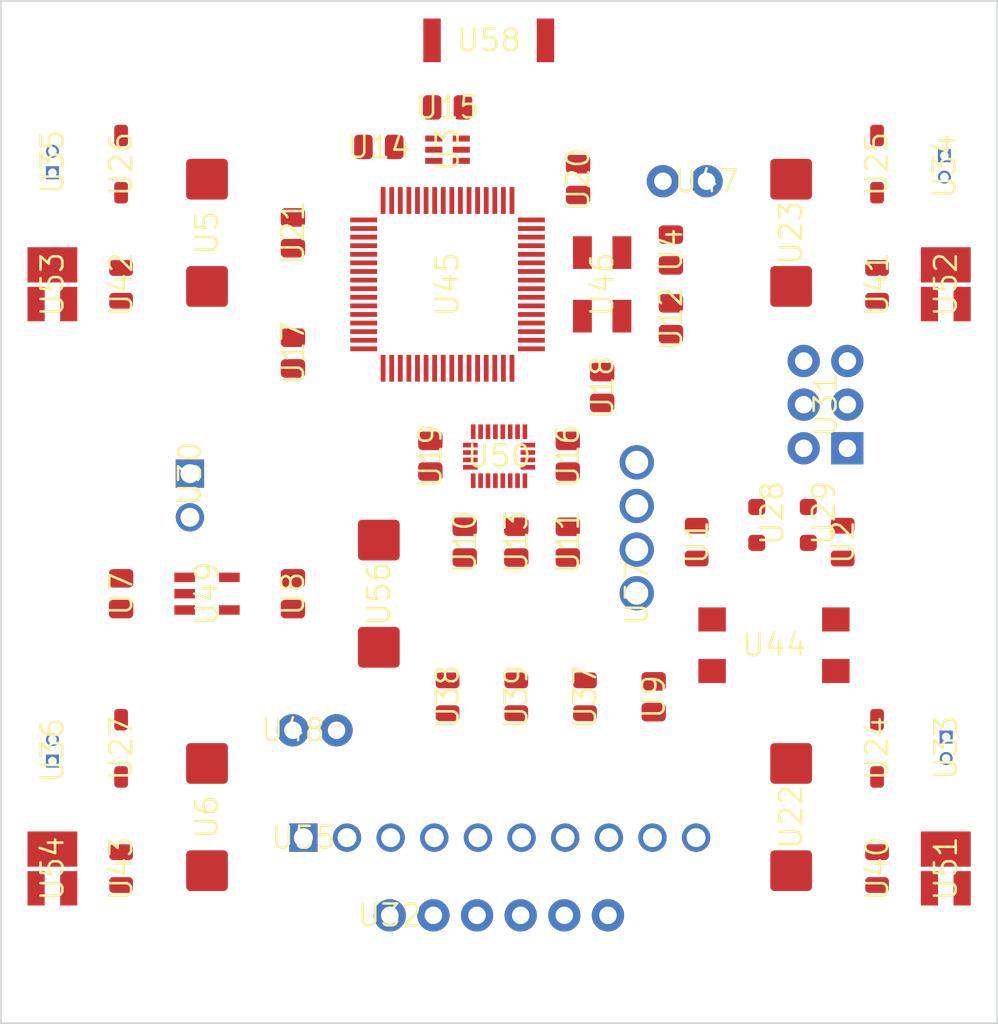
<source format=kicad_pcb>
(kicad_pcb (version 20171130) (host pcbnew "(5.1.4-0-10_14)")
  (layers (0 Top signal) (1 Route2 signal) (2 Route15 signal) (31 Bottom signal) (34 B.Paste user) (35 F.Paste user) (36 B.SilkS user) (37 F.SilkS user) (38 B.Mask user) (39 F.Mask user hide) (44 Edge.Cuts user))
  (net 0 "")
  (net 1 3V3)
  (net 2 GND)
  (net 3 VBAT)
  (net 4 BAT_GND)
  (net 5 "Net-(B1-Pad3)")
  (net 6 "Net-(B1-Pad4)")
  (net 7 "Net-(C3-Pad1)")
  (net 8 "Net-(C1-Pad1)")
  (net 9 "Net-(C2-Pad1)")
  (net 10 /PWM3)
  (net 11 /PWM2)
  (net 12 /PWM1)
  (net 13 /TX0)
  (net 14 /RX0)
  (net 15 /PWM4)
  (net 16 /MISO)
  (net 17 /MOSI)
  (net 18 /SCK)
  (net 19 /SDA)
  (net 20 /SCL)
  (net 21 "Net-(C4-Pad1)")
  (net 22 /RESET)
  (net 23 "Net-(D1-PadA)")
  (net 24 "Net-(C18-Pad1)")
  (net 25 "Net-(C19-Pad1)")
  (net 26 "Net-(B1-Pad2)")
  (net 27 "Net-(B1-Pad1)")
  (net 28 "Net-(D2-PadA)")
  (net 29 "Net-(D3-PadA)")
  (net 30 "Net-(D4-PadA)")
  (net 31 /DTR)
  (net 32 "Net-(D7-Pad1)")
  (net 33 "Net-(D8-Pad2)")
  (net 34 /LED2)
  (net 35 /LED1)
  (module quadcopter:LEDSC125X200X120-2_HS (layer Top) (at 166.5011 105.7536 270)
    (fp_text reference U29 (at -0.7 -0.9 270) (layer F.SilkS) (effects (font (size 1.27 1.27))))
    (fp_text value "" (at -0.7 -0.9 270) (layer F.SilkS) (effects (font (size 1.27 1.27))))
    (pad 1 smd roundrect (at -1.045 0 90) (size 0.94 0.99) (layers Top F.Mask) (roundrect_rratio 0.255) (net 2 GND))
    (pad 2 smd roundrect (at 1.045 0 270) (size 0.94 0.99) (layers Top F.Mask) (roundrect_rratio 0.255) (net 33 "Net-(D8-Pad2)"))
  )
  (module quadcopter:LEDSC125X200X120-2_HS (layer Top) (at 163.5011 105.7536 270)
    (fp_text reference U28 (at -0.7 -0.9 270) (layer F.SilkS) (effects (font (size 1.27 1.27))))
    (fp_text value "" (at -0.7 -0.9 270) (layer F.SilkS) (effects (font (size 1.27 1.27))))
    (pad 1 smd roundrect (at -1.045 0 90) (size 0.94 0.99) (layers Top F.Mask) (roundrect_rratio 0.255) (net 32 "Net-(D7-Pad1)"))
    (pad 2 smd roundrect (at 1.045 0 270) (size 0.94 0.99) (layers Top F.Mask) (roundrect_rratio 0.255) (net 2 GND))
  )
  (module quadcopter:FTDI_BASIC_2PIN_2 (layer Bottom) (at 159.3088 85.7504 180)
    (fp_text reference U47 (at -1.27 0 180) (layer F.SilkS) (effects (font (size 1.27 1.27))))
    (fp_text value "" (at -1.27 0 180) (layer F.SilkS) (effects (font (size 1.27 1.27))))
    (pad DTR thru_hole circle (at -1.27 0 90) (size 1.8796 1.8796) (drill 1.016) (layers *.Cu *.Mask) (net 31 /DTR))
    (pad CTS thru_hole circle (at 1.27 0 90) (size 1.8796 1.8796) (drill 1.016) (layers *.Cu *.Mask) (net 2 GND))
  )
  (module quadcopter:HDRVR4W80P254_1X4_1066X254X850B (layer Top) (at 156.5148 105.918 90)
    (fp_text reference U57 (at -3.81 0 90) (layer F.SilkS) (effects (font (size 1.27 1.27))))
    (fp_text value "" (at -3.81 0 90) (layer F.SilkS) (effects (font (size 1.27 1.27))))
    (pad 4 thru_hole circle (at 3.81 0 90) (size 1.9971 1.9971) (drill 1.3314) (layers *.Cu *.Mask) (net 19 /SDA))
    (pad 3 thru_hole circle (at 1.27 0 90) (size 1.9971 1.9971) (drill 1.3314) (layers *.Cu *.Mask) (net 20 /SCL))
    (pad 2 thru_hole circle (at -1.27 0 90) (size 1.9971 1.9971) (drill 1.3314) (layers *.Cu *.Mask) (net 2 GND))
    (pad 1 thru_hole circle (at -3.81 0 90) (size 1.9971 1.9971) (drill 1.3314) (layers *.Cu *.Mask) (net 1 3V3))
  )
  (module quadcopter:FTDI_BASIC (layer Top) (at 148.4884 128.4732)
    (fp_text reference U32 (at -6.35 0) (layer F.SilkS) (effects (font (size 1.27 1.27))))
    (fp_text value "" (at -6.35 0) (layer F.SilkS) (effects (font (size 1.27 1.27))))
    (pad VCC thru_hole circle (at 1.27 0 90) (size 1.8796 1.8796) (drill 1.016) (layers *.Cu *.Mask) (net 1 3V3))
    (pad TXO thru_hole circle (at -1.27 0 90) (size 1.8796 1.8796) (drill 1.016) (layers *.Cu *.Mask) (net 14 /RX0))
    (pad RXI thru_hole circle (at -3.81 0 90) (size 1.8796 1.8796) (drill 1.016) (layers *.Cu *.Mask) (net 13 /TX0))
    (pad GND thru_hole circle (at 6.35 0 90) (size 1.8796 1.8796) (drill 1.016) (layers *.Cu *.Mask) (net 2 GND))
    (pad DTR thru_hole circle (at -6.35 0 90) (size 1.8796 1.8796) (drill 1.016) (layers *.Cu *.Mask) (net 31 /DTR))
    (pad CTS thru_hole circle (at 3.81 0 90) (size 1.8796 1.8796) (drill 1.016) (layers *.Cu *.Mask))
  )
  (module quadcopter:HDRV10W63P254_10X1_2540X254H838_HS (layer Top) (at 148.5392 123.952)
    (fp_text reference U55 (at -11.43 0) (layer F.SilkS) (effects (font (size 1.27 1.27))))
    (fp_text value "" (at -11.43 0) (layer F.SilkS) (effects (font (size 1.27 1.27))))
    (pad 9 thru_hole circle (at 8.89 0) (size 1.65 1.65) (drill 1.1) (layers *.Cu *.Mask) (net 19 /SDA))
    (pad 8 thru_hole circle (at 6.35 0) (size 1.65 1.65) (drill 1.1) (layers *.Cu *.Mask) (net 1 3V3))
    (pad 7 thru_hole circle (at 3.81 0) (size 1.65 1.65) (drill 1.1) (layers *.Cu *.Mask) (net 3 VBAT))
    (pad 6 thru_hole circle (at 1.27 0) (size 1.65 1.65) (drill 1.1) (layers *.Cu *.Mask) (net 12 /PWM1))
    (pad 5 thru_hole circle (at -1.27 0) (size 1.65 1.65) (drill 1.1) (layers *.Cu *.Mask) (net 11 /PWM2))
    (pad 4 thru_hole circle (at -3.81 0) (size 1.65 1.65) (drill 1.1) (layers *.Cu *.Mask) (net 10 /PWM3))
    (pad 3 thru_hole circle (at -6.35 0) (size 1.65 1.65) (drill 1.1) (layers *.Cu *.Mask) (net 15 /PWM4))
    (pad 2 thru_hole circle (at -8.89 0) (size 1.65 1.65) (drill 1.1) (layers *.Cu *.Mask) (net 4 BAT_GND))
    (pad 10 thru_hole circle (at 11.43 0) (size 1.65 1.65) (drill 1.1) (layers *.Cu *.Mask) (net 20 /SCL))
    (pad 1 thru_hole rect (at -11.43 0) (size 1.65 1.65) (drill 1.1) (layers *.Cu *.Mask) (net 2 GND))
  )
  (module quadcopter:MALE_HEADER_2X1_0.1IN (layer Top) (at 130.5052 104.0384 270)
    (fp_text reference U30 (at -1.27 0 270) (layer F.SilkS) (effects (font (size 1.27 1.27))))
    (fp_text value "" (at -1.27 0 270) (layer F.SilkS) (effects (font (size 1.27 1.27))))
    (pad 2 thru_hole circle (at 1.27 0 350) (size 1.65 1.65) (drill 1.1) (layers *.Cu *.Mask) (net 3 VBAT))
    (pad 1 thru_hole rect (at -1.27 0 270) (size 1.65 1.65) (drill 1.1) (layers *.Cu *.Mask) (net 4 BAT_GND))
  )
  (module quadcopter:FTDI_BASIC_2PIN_1 (layer Bottom) (at 137.7696 117.7036)
    (fp_text reference U48 (at -1.27 0) (layer F.SilkS) (effects (font (size 1.27 1.27))))
    (fp_text value "" (at -1.27 0) (layer F.SilkS) (effects (font (size 1.27 1.27))))
    (pad TXO thru_hole circle (at -1.27 0 270) (size 1.8796 1.8796) (drill 1.016) (layers *.Cu *.Mask) (net 14 /RX0))
    (pad RXI thru_hole circle (at 1.27 0 270) (size 1.8796 1.8796) (drill 1.016) (layers *.Cu *.Mask) (net 13 /TX0))
  )
  (module quadcopter:MOLEX-0530470210 (layer Top) (at 175.1584 118.7196 90)
    (fp_text reference U33 (at 0 -0.635 90) (layer F.SilkS) (effects (font (size 1.27 1.27))))
    (fp_text value "" (at 0 -0.635 90) (layer F.SilkS) (effects (font (size 1.27 1.27))))
    (pad 2 thru_hole circle (at -0.625 -0.635 90) (size 0.75 0.75) (drill 0.5) (layers *.Cu *.Mask) (net 23 "Net-(D1-PadA)"))
    (pad 1 thru_hole rect (at 0.625 -0.635 90) (size 0.75 0.75) (drill 0.5) (layers *.Cu *.Mask) (net 3 VBAT))
  )
  (module quadcopter:MOLEX-0530470210 (layer Top) (at 175.0568 84.8868 90)
    (fp_text reference U34 (at 0 -0.635 90) (layer F.SilkS) (effects (font (size 1.27 1.27))))
    (fp_text value "" (at 0 -0.635 90) (layer F.SilkS) (effects (font (size 1.27 1.27))))
    (pad 2 thru_hole circle (at -0.625 -0.635 90) (size 0.75 0.75) (drill 0.5) (layers *.Cu *.Mask) (net 28 "Net-(D2-PadA)"))
    (pad 1 thru_hole rect (at 0.625 -0.635 90) (size 0.75 0.75) (drill 0.5) (layers *.Cu *.Mask) (net 3 VBAT))
  )
  (module quadcopter:MOLEX-0530470210 (layer Top) (at 121.8692 118.872 270)
    (fp_text reference U36 (at 0 -0.635 270) (layer F.SilkS) (effects (font (size 1.27 1.27))))
    (fp_text value "" (at 0 -0.635 270) (layer F.SilkS) (effects (font (size 1.27 1.27))))
    (pad 2 thru_hole circle (at -0.625 -0.635 270) (size 0.75 0.75) (drill 0.5) (layers *.Cu *.Mask) (net 30 "Net-(D4-PadA)"))
    (pad 1 thru_hole rect (at 0.625 -0.635 270) (size 0.75 0.75) (drill 0.5) (layers *.Cu *.Mask) (net 3 VBAT))
  )
  (module quadcopter:MOLEX-0530470210 (layer Top) (at 121.8692 84.6328 270)
    (fp_text reference U35 (at 0 -0.635 270) (layer F.SilkS) (effects (font (size 1.27 1.27))))
    (fp_text value "" (at 0 -0.635 270) (layer F.SilkS) (effects (font (size 1.27 1.27))))
    (pad 2 thru_hole circle (at -0.625 -0.635 270) (size 0.75 0.75) (drill 0.5) (layers *.Cu *.Mask) (net 29 "Net-(D3-PadA)"))
    (pad 1 thru_hole rect (at 0.625 -0.635 270) (size 0.75 0.75) (drill 0.5) (layers *.Cu *.Mask) (net 3 VBAT))
  )
  (module quadcopter:RESC2012X60_HS (layer Top) (at 160.0011 106.7536 90)
    (fp_text reference U1 (at 0 0 90) (layer F.SilkS) (effects (font (size 1.27 1.27))))
    (fp_text value "" (at 0 0 90) (layer F.SilkS) (effects (font (size 1.27 1.27))))
    (pad 1 smd roundrect (at -0.955 0 270) (size 0.92 1.38) (layers Top F.Mask) (net 32 "Net-(D7-Pad1)"))
    (pad 2 smd roundrect (at 0.955 0 90) (size 0.92 1.38) (layers Top F.Mask) (net 34 /LED2))
  )
  (module quadcopter:RESC2012X60_HS (layer Top) (at 168.5011 106.7536 90)
    (fp_text reference U2 (at 0 0 90) (layer F.SilkS) (effects (font (size 1.27 1.27))))
    (fp_text value "" (at 0 0 90) (layer F.SilkS) (effects (font (size 1.27 1.27))))
    (pad 1 smd roundrect (at -0.955 0 270) (size 0.92 1.38) (layers Top F.Mask) (net 33 "Net-(D8-Pad2)"))
    (pad 2 smd roundrect (at 0.955 0 90) (size 0.92 1.38) (layers Top F.Mask) (net 35 /LED1))
  )
  (module quadcopter:BALUN (layer Top) (at 145.5011 83.9162 270)
    (fp_text reference U3 (at 0 0 270) (layer F.SilkS) (effects (font (size 1.27 1.27))))
    (fp_text value "" (at 0 0 270) (layer F.SilkS) (effects (font (size 1.27 1.27))))
    (pad 6 smd rect (at -0.65 -0.8 270) (size 0.35 1) (layers Top F.Paste F.Mask))
    (pad 5 smd rect (at 0 -0.8 270) (size 0.35 1) (layers Top F.Paste F.Mask) (net 2 GND))
    (pad 4 smd rect (at 0.65 -0.8 270) (size 0.35 1) (layers Top F.Paste F.Mask) (net 6 "Net-(B1-Pad4)"))
    (pad 3 smd rect (at 0.65 0.8 270) (size 0.35 1) (layers Top F.Paste F.Mask) (net 5 "Net-(B1-Pad3)"))
    (pad 2 smd rect (at 0 0.8 270) (size 0.35 1) (layers Top F.Paste F.Mask) (net 26 "Net-(B1-Pad2)"))
    (pad 1 smd rect (at -0.65 0.8 270) (size 0.35 1) (layers Top F.Paste F.Mask) (net 27 "Net-(B1-Pad1)"))
  )
  (module quadcopter:CAPC2012X140_HS (layer Top) (at 158.5011 89.7536 90)
    (fp_text reference U4 (at 0 0 90) (layer F.SilkS) (effects (font (size 1.27 1.27))))
    (fp_text value "" (at 0 0 90) (layer F.SilkS) (effects (font (size 1.27 1.27))))
    (pad 2 smd roundrect (at 0.895 0 90) (size 1.08 1.42) (layers Top F.Mask) (roundrect_rratio 0.23) (net 2 GND))
    (pad 1 smd roundrect (at -0.895 0 270) (size 1.08 1.42) (layers Top F.Mask) (roundrect_rratio 0.23) (net 8 "Net-(C1-Pad1)"))
  )
  (module quadcopter:CAPMP7343X310_HS (layer Top) (at 131.5011 88.7536 270)
    (fp_text reference U5 (at 0 0 270) (layer F.SilkS) (effects (font (size 1.27 1.27))))
    (fp_text value "" (at 0 0 270) (layer F.SilkS) (effects (font (size 1.27 1.27))))
    (pad 2 smd roundrect (at 3.12 0 270) (size 2.37 2.43) (layers Top F.Mask) (roundrect_rratio 0.105) (net 4 BAT_GND))
    (pad 1 smd roundrect (at -3.12 0 90) (size 2.37 2.43) (layers Top F.Mask) (roundrect_rratio 0.105) (net 3 VBAT))
  )
  (module quadcopter:CAPMP7343X310_HS (layer Top) (at 131.5011 122.7536 270)
    (fp_text reference U6 (at 0 0 270) (layer F.SilkS) (effects (font (size 1.27 1.27))))
    (fp_text value "" (at 0 0 270) (layer F.SilkS) (effects (font (size 1.27 1.27))))
    (pad 2 smd roundrect (at 3.12 0 270) (size 2.37 2.43) (layers Top F.Mask) (roundrect_rratio 0.105) (net 4 BAT_GND))
    (pad 1 smd roundrect (at -3.12 0 90) (size 2.37 2.43) (layers Top F.Mask) (roundrect_rratio 0.105) (net 3 VBAT))
  )
  (module quadcopter:CAPC2012X140_HS (layer Top) (at 126.5011 109.7536 270)
    (fp_text reference U7 (at 0 0 270) (layer F.SilkS) (effects (font (size 1.27 1.27))))
    (fp_text value "" (at 0 0 270) (layer F.SilkS) (effects (font (size 1.27 1.27))))
    (pad 2 smd roundrect (at 0.895 0 270) (size 1.08 1.42) (layers Top F.Mask) (roundrect_rratio 0.23) (net 4 BAT_GND))
    (pad 1 smd roundrect (at -0.895 0 90) (size 1.08 1.42) (layers Top F.Mask) (roundrect_rratio 0.23) (net 3 VBAT))
  )
  (module quadcopter:CAPC2012X140_HS (layer Top) (at 136.5011 109.7536 270)
    (fp_text reference U8 (at 0 0 270) (layer F.SilkS) (effects (font (size 1.27 1.27))))
    (fp_text value "" (at 0 0 270) (layer F.SilkS) (effects (font (size 1.27 1.27))))
    (pad 2 smd roundrect (at 0.895 0 270) (size 1.08 1.42) (layers Top F.Mask) (roundrect_rratio 0.23) (net 2 GND))
    (pad 1 smd roundrect (at -0.895 0 90) (size 1.08 1.42) (layers Top F.Mask) (roundrect_rratio 0.23) (net 1 3V3))
  )
  (module quadcopter:CAPC2012X140_HS (layer Top) (at 157.5011 115.7536 270)
    (fp_text reference U9 (at 0 0 270) (layer F.SilkS) (effects (font (size 1.27 1.27))))
    (fp_text value "" (at 0 0 270) (layer F.SilkS) (effects (font (size 1.27 1.27))))
    (pad 2 smd roundrect (at 0.895 0 270) (size 1.08 1.42) (layers Top F.Mask) (roundrect_rratio 0.23) (net 22 /RESET))
    (pad 1 smd roundrect (at -0.895 0 90) (size 1.08 1.42) (layers Top F.Mask) (roundrect_rratio 0.23) (net 31 /DTR))
  )
  (module quadcopter:CAPC2012X140_HS (layer Top) (at 146.5011 106.7536 270)
    (fp_text reference U10 (at 0 0 270) (layer F.SilkS) (effects (font (size 1.27 1.27))))
    (fp_text value "" (at 0 0 270) (layer F.SilkS) (effects (font (size 1.27 1.27))))
    (pad 2 smd roundrect (at 0.895 0 270) (size 1.08 1.42) (layers Top F.Mask) (roundrect_rratio 0.23) (net 2 GND))
    (pad 1 smd roundrect (at -0.895 0 90) (size 1.08 1.42) (layers Top F.Mask) (roundrect_rratio 0.23) (net 24 "Net-(C18-Pad1)"))
  )
  (module quadcopter:CAPC2012X140_HS (layer Top) (at 152.5011 106.7536 270)
    (fp_text reference U11 (at 0 0 270) (layer F.SilkS) (effects (font (size 1.27 1.27))))
    (fp_text value "" (at 0 0 270) (layer F.SilkS) (effects (font (size 1.27 1.27))))
    (pad 2 smd roundrect (at 0.895 0 270) (size 1.08 1.42) (layers Top F.Mask) (roundrect_rratio 0.23) (net 2 GND))
    (pad 1 smd roundrect (at -0.895 0 90) (size 1.08 1.42) (layers Top F.Mask) (roundrect_rratio 0.23) (net 25 "Net-(C19-Pad1)"))
  )
  (module quadcopter:CAPC2012X140_HS (layer Top) (at 158.5011 93.7536 270)
    (fp_text reference U12 (at 0 0 270) (layer F.SilkS) (effects (font (size 1.27 1.27))))
    (fp_text value "" (at 0 0 270) (layer F.SilkS) (effects (font (size 1.27 1.27))))
    (pad 2 smd roundrect (at 0.895 0 270) (size 1.08 1.42) (layers Top F.Mask) (roundrect_rratio 0.23) (net 2 GND))
    (pad 1 smd roundrect (at -0.895 0 90) (size 1.08 1.42) (layers Top F.Mask) (roundrect_rratio 0.23) (net 9 "Net-(C2-Pad1)"))
  )
  (module quadcopter:CAPC2012X140_HS (layer Top) (at 149.5011 106.7536 270)
    (fp_text reference U13 (at 0 0 270) (layer F.SilkS) (effects (font (size 1.27 1.27))))
    (fp_text value "" (at 0 0 270) (layer F.SilkS) (effects (font (size 1.27 1.27))))
    (pad 2 smd roundrect (at 0.895 0 270) (size 1.08 1.42) (layers Top F.Mask) (roundrect_rratio 0.23) (net 2 GND))
    (pad 1 smd roundrect (at -0.895 0 90) (size 1.08 1.42) (layers Top F.Mask) (roundrect_rratio 0.23) (net 1 3V3))
  )
  (module quadcopter:CAPC2012X140_HS (layer Top) (at 141.5011 83.7536 180)
    (fp_text reference U14 (at 0 0 180) (layer F.SilkS) (effects (font (size 1.27 1.27))))
    (fp_text value "" (at 0 0 180) (layer F.SilkS) (effects (font (size 1.27 1.27))))
    (pad 2 smd roundrect (at 0.895 0 180) (size 1.08 1.42) (layers Top F.Mask) (roundrect_rratio 0.23) (net 2 GND))
    (pad 1 smd roundrect (at -0.895 0) (size 1.08 1.42) (layers Top F.Mask) (roundrect_rratio 0.23) (net 26 "Net-(B1-Pad2)"))
  )
  (module quadcopter:CAPC2012X140_HS (layer Top) (at 145.5011 81.4536)
    (fp_text reference U15 (at 0 0) (layer F.SilkS) (effects (font (size 1.27 1.27))))
    (fp_text value "" (at 0 0) (layer F.SilkS) (effects (font (size 1.27 1.27))))
    (pad 2 smd roundrect (at 0.895 0) (size 1.08 1.42) (layers Top F.Mask) (roundrect_rratio 0.23) (net 2 GND))
    (pad 1 smd roundrect (at -0.895 0 180) (size 1.08 1.42) (layers Top F.Mask) (roundrect_rratio 0.23) (net 27 "Net-(B1-Pad1)"))
  )
  (module quadcopter:CAPC2012X140_HS (layer Top) (at 152.5011 101.7536 90)
    (fp_text reference U16 (at 0 0 90) (layer F.SilkS) (effects (font (size 1.27 1.27))))
    (fp_text value "" (at 0 0 90) (layer F.SilkS) (effects (font (size 1.27 1.27))))
    (pad 2 smd roundrect (at 0.895 0 90) (size 1.08 1.42) (layers Top F.Mask) (roundrect_rratio 0.23) (net 2 GND))
    (pad 1 smd roundrect (at -0.895 0 270) (size 1.08 1.42) (layers Top F.Mask) (roundrect_rratio 0.23) (net 1 3V3))
  )
  (module quadcopter:CAPC2012X140_HS (layer Top) (at 136.5011 95.7536 270)
    (fp_text reference U17 (at 0 0 270) (layer F.SilkS) (effects (font (size 1.27 1.27))))
    (fp_text value "" (at 0 0 270) (layer F.SilkS) (effects (font (size 1.27 1.27))))
    (pad 2 smd roundrect (at 0.895 0 270) (size 1.08 1.42) (layers Top F.Mask) (roundrect_rratio 0.23) (net 2 GND))
    (pad 1 smd roundrect (at -0.895 0 90) (size 1.08 1.42) (layers Top F.Mask) (roundrect_rratio 0.23) (net 1 3V3))
  )
  (module quadcopter:CAPC2012X140_HS (layer Top) (at 154.5011 97.7536 90)
    (fp_text reference U18 (at 0 0 90) (layer F.SilkS) (effects (font (size 1.27 1.27))))
    (fp_text value "" (at 0 0 90) (layer F.SilkS) (effects (font (size 1.27 1.27))))
    (pad 2 smd roundrect (at 0.895 0 90) (size 1.08 1.42) (layers Top F.Mask) (roundrect_rratio 0.23) (net 2 GND))
    (pad 1 smd roundrect (at -0.895 0 270) (size 1.08 1.42) (layers Top F.Mask) (roundrect_rratio 0.23) (net 1 3V3))
  )
  (module quadcopter:CAPC2012X140_HS (layer Top) (at 144.5011 101.7536 270)
    (fp_text reference U19 (at 0 0 270) (layer F.SilkS) (effects (font (size 1.27 1.27))))
    (fp_text value "" (at 0 0 270) (layer F.SilkS) (effects (font (size 1.27 1.27))))
    (pad 2 smd roundrect (at 0.895 0 270) (size 1.08 1.42) (layers Top F.Mask) (roundrect_rratio 0.23) (net 2 GND))
    (pad 1 smd roundrect (at -0.895 0 90) (size 1.08 1.42) (layers Top F.Mask) (roundrect_rratio 0.23) (net 1 3V3))
  )
  (module quadcopter:CAPC2012X140_HS (layer Top) (at 153.1011 85.6536 90)
    (fp_text reference U20 (at 0 0 90) (layer F.SilkS) (effects (font (size 1.27 1.27))))
    (fp_text value "" (at 0 0 90) (layer F.SilkS) (effects (font (size 1.27 1.27))))
    (pad 2 smd roundrect (at 0.895 0 90) (size 1.08 1.42) (layers Top F.Mask) (roundrect_rratio 0.23) (net 2 GND))
    (pad 1 smd roundrect (at -0.895 0 270) (size 1.08 1.42) (layers Top F.Mask) (roundrect_rratio 0.23) (net 7 "Net-(C3-Pad1)"))
  )
  (module quadcopter:CAPC2012X140_HS (layer Top) (at 136.5011 88.7536 90)
    (fp_text reference U21 (at 0 0 90) (layer F.SilkS) (effects (font (size 1.27 1.27))))
    (fp_text value "" (at 0 0 90) (layer F.SilkS) (effects (font (size 1.27 1.27))))
    (pad 2 smd roundrect (at 0.895 0 90) (size 1.08 1.42) (layers Top F.Mask) (roundrect_rratio 0.23) (net 2 GND))
    (pad 1 smd roundrect (at -0.895 0 270) (size 1.08 1.42) (layers Top F.Mask) (roundrect_rratio 0.23) (net 21 "Net-(C4-Pad1)"))
  )
  (module quadcopter:CAPMP7343X310_HS (layer Top) (at 165.5011 122.7536 270)
    (fp_text reference U22 (at 0 0 270) (layer F.SilkS) (effects (font (size 1.27 1.27))))
    (fp_text value "" (at 0 0 270) (layer F.SilkS) (effects (font (size 1.27 1.27))))
    (pad 2 smd roundrect (at 3.12 0 270) (size 2.37 2.43) (layers Top F.Mask) (roundrect_rratio 0.105) (net 4 BAT_GND))
    (pad 1 smd roundrect (at -3.12 0 90) (size 2.37 2.43) (layers Top F.Mask) (roundrect_rratio 0.105) (net 3 VBAT))
  )
  (module quadcopter:CAPMP7343X310_HS (layer Top) (at 165.5011 88.7536 270)
    (fp_text reference U23 (at 0 0 270) (layer F.SilkS) (effects (font (size 1.27 1.27))))
    (fp_text value "" (at 0 0 270) (layer F.SilkS) (effects (font (size 1.27 1.27))))
    (pad 2 smd roundrect (at 3.12 0 270) (size 2.37 2.43) (layers Top F.Mask) (roundrect_rratio 0.105) (net 4 BAT_GND))
    (pad 1 smd roundrect (at -3.12 0 90) (size 2.37 2.43) (layers Top F.Mask) (roundrect_rratio 0.105) (net 3 VBAT))
  )
  (module quadcopter:SOD3716X135_HS (layer Top) (at 170.5011 118.7536 270)
    (fp_text reference U24 (at 0 0 270) (layer F.SilkS) (effects (font (size 1.27 1.27))))
    (fp_text value "" (at 0 0 270) (layer F.SilkS) (effects (font (size 1.27 1.27))))
    (pad C smd roundrect (at -1.665 0 90) (size 1.25 0.8) (layers Top F.Mask) (net 3 VBAT))
    (pad A smd roundrect (at 1.665 0 270) (size 1.25 0.8) (layers Top F.Mask) (net 23 "Net-(D1-PadA)"))
  )
  (module quadcopter:SOD3716X135_HS (layer Top) (at 170.5011 84.7536 270)
    (fp_text reference U25 (at 0 0 270) (layer F.SilkS) (effects (font (size 1.27 1.27))))
    (fp_text value "" (at 0 0 270) (layer F.SilkS) (effects (font (size 1.27 1.27))))
    (pad C smd roundrect (at -1.665 0 90) (size 1.25 0.8) (layers Top F.Mask) (net 3 VBAT))
    (pad A smd roundrect (at 1.665 0 270) (size 1.25 0.8) (layers Top F.Mask) (net 28 "Net-(D2-PadA)"))
  )
  (module quadcopter:SOD3716X135_HS (layer Top) (at 126.5011 84.7536 270)
    (fp_text reference U26 (at 0 0 270) (layer F.SilkS) (effects (font (size 1.27 1.27))))
    (fp_text value "" (at 0 0 270) (layer F.SilkS) (effects (font (size 1.27 1.27))))
    (pad C smd roundrect (at -1.665 0 90) (size 1.25 0.8) (layers Top F.Mask) (net 3 VBAT))
    (pad A smd roundrect (at 1.665 0 270) (size 1.25 0.8) (layers Top F.Mask) (net 29 "Net-(D3-PadA)"))
  )
  (module quadcopter:SOD3716X135_HS (layer Top) (at 126.5011 118.7536 270)
    (fp_text reference U27 (at 0 0 270) (layer F.SilkS) (effects (font (size 1.27 1.27))))
    (fp_text value "" (at 0 0 270) (layer F.SilkS) (effects (font (size 1.27 1.27))))
    (pad C smd roundrect (at -1.665 0 90) (size 1.25 0.8) (layers Top F.Mask) (net 3 VBAT))
    (pad A smd roundrect (at 1.665 0 270) (size 1.25 0.8) (layers Top F.Mask) (net 30 "Net-(D4-PadA)"))
  )
  (module quadcopter:2X3-NS (layer Top) (at 167.5011 98.7536 90)
    (fp_text reference U31 (at 0 0 90) (layer F.SilkS) (effects (font (size 1.27 1.27))))
    (fp_text value "" (at 0 0 90) (layer F.SilkS) (effects (font (size 1.27 1.27))))
    (pad 6 thru_hole circle (at 2.54 -1.27 90) (size 1.8796 1.8796) (drill 1.016) (layers *.Cu *.Mask) (net 2 GND))
    (pad 5 thru_hole circle (at 2.54 1.27 90) (size 1.8796 1.8796) (drill 1.016) (layers *.Cu *.Mask) (net 22 /RESET))
    (pad 4 thru_hole circle (at 0 -1.27 90) (size 1.8796 1.8796) (drill 1.016) (layers *.Cu *.Mask) (net 17 /MOSI))
    (pad 3 thru_hole circle (at 0 1.27 90) (size 1.8796 1.8796) (drill 1.016) (layers *.Cu *.Mask) (net 18 /SCK))
    (pad 2 thru_hole circle (at -2.54 -1.27 90) (size 1.8796 1.8796) (drill 1.016) (layers *.Cu *.Mask))
    (pad 1 thru_hole rect (at -2.54 1.27 90) (size 1.8796 1.8796) (drill 1.016) (layers *.Cu *.Mask) (net 16 /MISO))
  )
  (module quadcopter:RESC2012X60_HS (layer Top) (at 153.5011 115.7536 90)
    (fp_text reference U37 (at 0 0 90) (layer F.SilkS) (effects (font (size 1.27 1.27))))
    (fp_text value "" (at 0 0 90) (layer F.SilkS) (effects (font (size 1.27 1.27))))
    (pad 1 smd roundrect (at -0.955 0 270) (size 0.92 1.38) (layers Top F.Mask) (net 22 /RESET))
    (pad 2 smd roundrect (at 0.955 0 90) (size 0.92 1.38) (layers Top F.Mask) (net 1 3V3))
  )
  (module quadcopter:RESC2012X60_HS (layer Top) (at 145.5011 115.7536 90)
    (fp_text reference U38 (at 0 0 90) (layer F.SilkS) (effects (font (size 1.27 1.27))))
    (fp_text value "" (at 0 0 90) (layer F.SilkS) (effects (font (size 1.27 1.27))))
    (pad 1 smd roundrect (at -0.955 0 270) (size 0.92 1.38) (layers Top F.Mask) (net 19 /SDA))
    (pad 2 smd roundrect (at 0.955 0 90) (size 0.92 1.38) (layers Top F.Mask) (net 1 3V3))
  )
  (module quadcopter:RESC2012X60_HS (layer Top) (at 149.5011 115.7536 90)
    (fp_text reference U39 (at 0 0 90) (layer F.SilkS) (effects (font (size 1.27 1.27))))
    (fp_text value "" (at 0 0 90) (layer F.SilkS) (effects (font (size 1.27 1.27))))
    (pad 1 smd roundrect (at -0.955 0 270) (size 0.92 1.38) (layers Top F.Mask) (net 20 /SCL))
    (pad 2 smd roundrect (at 0.955 0 90) (size 0.92 1.38) (layers Top F.Mask) (net 1 3V3))
  )
  (module quadcopter:RESC2012X60_HS (layer Top) (at 170.5011 125.7536 270)
    (fp_text reference U40 (at 0 0 270) (layer F.SilkS) (effects (font (size 1.27 1.27))))
    (fp_text value "" (at 0 0 270) (layer F.SilkS) (effects (font (size 1.27 1.27))))
    (pad 1 smd roundrect (at -0.955 0 90) (size 0.92 1.38) (layers Top F.Mask) (net 12 /PWM1))
    (pad 2 smd roundrect (at 0.955 0 270) (size 0.92 1.38) (layers Top F.Mask) (net 2 GND))
  )
  (module quadcopter:RESC2012X60_HS (layer Top) (at 170.5011 91.7536 90)
    (fp_text reference U41 (at 0 0 90) (layer F.SilkS) (effects (font (size 1.27 1.27))))
    (fp_text value "" (at 0 0 90) (layer F.SilkS) (effects (font (size 1.27 1.27))))
    (pad 1 smd roundrect (at -0.955 0 270) (size 0.92 1.38) (layers Top F.Mask) (net 11 /PWM2))
    (pad 2 smd roundrect (at 0.955 0 90) (size 0.92 1.38) (layers Top F.Mask) (net 2 GND))
  )
  (module quadcopter:RESC2012X60_HS (layer Top) (at 126.5011 91.7536 90)
    (fp_text reference U42 (at 0 0 90) (layer F.SilkS) (effects (font (size 1.27 1.27))))
    (fp_text value "" (at 0 0 90) (layer F.SilkS) (effects (font (size 1.27 1.27))))
    (pad 1 smd roundrect (at -0.955 0 270) (size 0.92 1.38) (layers Top F.Mask) (net 10 /PWM3))
    (pad 2 smd roundrect (at 0.955 0 90) (size 0.92 1.38) (layers Top F.Mask) (net 2 GND))
  )
  (module quadcopter:RESC2012X60_HS (layer Top) (at 126.5011 125.7536 270)
    (fp_text reference U43 (at 0 0 270) (layer F.SilkS) (effects (font (size 1.27 1.27))))
    (fp_text value "" (at 0 0 270) (layer F.SilkS) (effects (font (size 1.27 1.27))))
    (pad 1 smd roundrect (at -0.955 0 90) (size 0.92 1.38) (layers Top F.Mask) (net 15 /PWM4))
    (pad 2 smd roundrect (at 0.955 0 270) (size 0.92 1.38) (layers Top F.Mask) (net 2 GND))
  )
  (module quadcopter:4.5MM_TACTILE_SWITCH_TL3305AF160QG (layer Top) (at 164.5011 112.7536 180)
    (fp_text reference U44 (at 0 0 180) (layer F.SilkS) (effects (font (size 1.27 1.27))))
    (fp_text value "" (at 0 0 180) (layer F.SilkS) (effects (font (size 1.27 1.27))))
    (pad 4 smd rect (at 3.6 -1.5 270) (size 1.4 1.6) (layers Top F.Paste F.Mask) (net 22 /RESET))
    (pad 3 smd rect (at -3.6 -1.5 270) (size 1.4 1.6) (layers Top F.Paste F.Mask) (net 22 /RESET))
    (pad 2 smd rect (at 3.6 1.5 270) (size 1.4 1.6) (layers Top F.Paste F.Mask) (net 2 GND))
    (pad 1 smd rect (at -3.6 1.5 270) (size 1.4 1.6) (layers Top F.Paste F.Mask) (net 2 GND))
  )
  (module quadcopter:QFN-64 (layer Top) (at 145.5011 91.7536 270)
    (fp_text reference U45 (at 0 0 270) (layer F.SilkS) (effects (font (size 1.27 1.27))))
    (fp_text value "" (at 0 0 270) (layer F.SilkS) (effects (font (size 1.27 1.27))))
    (pad 9 smd rect (at -4.881 0.25 180) (size 0.28 1.562) (layers Top F.Paste F.Mask) (net 5 "Net-(B1-Pad3)"))
    (pad 8 smd rect (at -4.881 -0.25 180) (size 0.28 1.562) (layers Top F.Paste F.Mask) (net 6 "Net-(B1-Pad4)"))
    (pad 7 smd rect (at -4.881 -0.75 180) (size 0.28 1.562) (layers Top F.Paste F.Mask) (net 2 GND))
    (pad 64 smd rect (at -3.75 -4.881 270) (size 0.28 1.562) (layers Top F.Paste F.Mask))
    (pad 63 smd rect (at -3.25 -4.881 270) (size 0.28 1.562) (layers Top F.Paste F.Mask))
    (pad 62 smd rect (at -2.75 -4.881 270) (size 0.28 1.562) (layers Top F.Paste F.Mask))
    (pad 61 smd rect (at -2.25 -4.881 270) (size 0.28 1.562) (layers Top F.Paste F.Mask) (net 2 GND))
    (pad 60 smd rect (at -1.75 -4.881 270) (size 0.28 1.562) (layers Top F.Paste F.Mask) (net 7 "Net-(C3-Pad1)"))
    (pad 6 smd rect (at -4.881 -1.25 180) (size 0.28 1.562) (layers Top F.Paste F.Mask))
    (pad 59 smd rect (at -1.25 -4.881 270) (size 0.28 1.562) (layers Top F.Paste F.Mask) (net 1 3V3))
    (pad 58 smd rect (at -0.75 -4.881 270) (size 0.28 1.562) (layers Top F.Paste F.Mask) (net 2 GND))
    (pad 57 smd rect (at -0.25 -4.881 270) (size 0.28 1.562) (layers Top F.Paste F.Mask) (net 8 "Net-(C1-Pad1)"))
    (pad 56 smd rect (at 0.25 -4.881 270) (size 0.28 1.562) (layers Top F.Paste F.Mask) (net 9 "Net-(C2-Pad1)"))
    (pad 55 smd rect (at 0.75 -4.881 270) (size 0.28 1.562) (layers Top F.Paste F.Mask) (net 2 GND))
    (pad 54 smd rect (at 1.25 -4.881 270) (size 0.28 1.562) (layers Top F.Paste F.Mask) (net 1 3V3))
    (pad 53 smd rect (at 1.75 -4.881 270) (size 0.28 1.562) (layers Top F.Paste F.Mask))
    (pad 52 smd rect (at 2.25 -4.881 270) (size 0.28 1.562) (layers Top F.Paste F.Mask))
    (pad 51 smd rect (at 2.75 -4.881 270) (size 0.28 1.562) (layers Top F.Paste F.Mask) (net 10 /PWM3))
    (pad 50 smd rect (at 3.25 -4.881 270) (size 0.28 1.562) (layers Top F.Paste F.Mask) (net 11 /PWM2))
    (pad 5 smd rect (at -4.881 -1.75 180) (size 0.28 1.562) (layers Top F.Paste F.Mask))
    (pad 49 smd rect (at 3.75 -4.881 270) (size 0.28 1.562) (layers Top F.Paste F.Mask) (net 12 /PWM1))
    (pad 48 smd rect (at 4.881 -3.75) (size 0.28 1.562) (layers Top F.Paste F.Mask))
    (pad 47 smd rect (at 4.881 -3.25) (size 0.28 1.562) (layers Top F.Paste F.Mask) (net 13 /TX0))
    (pad 46 smd rect (at 4.881 -2.75) (size 0.28 1.562) (layers Top F.Paste F.Mask) (net 14 /RX0))
    (pad 45 smd rect (at 4.881 -2.25) (size 0.28 1.562) (layers Top F.Paste F.Mask) (net 2 GND))
    (pad 44 smd rect (at 4.881 -1.75) (size 0.28 1.562) (layers Top F.Paste F.Mask) (net 1 3V3))
    (pad 43 smd rect (at 4.881 -1.25) (size 0.28 1.562) (layers Top F.Paste F.Mask))
    (pad 42 smd rect (at 4.881 -0.75) (size 0.28 1.562) (layers Top F.Paste F.Mask))
    (pad 41 smd rect (at 4.881 -0.25) (size 0.28 1.562) (layers Top F.Paste F.Mask) (net 15 /PWM4))
    (pad 40 smd rect (at 4.881 0.25) (size 0.28 1.562) (layers Top F.Paste F.Mask))
    (pad 4 smd rect (at -4.881 -2.25 180) (size 0.28 1.562) (layers Top F.Paste F.Mask))
    (pad 39 smd rect (at 4.881 0.75) (size 0.28 1.562) (layers Top F.Paste F.Mask) (net 16 /MISO))
    (pad 38 smd rect (at 4.881 1.25) (size 0.28 1.562) (layers Top F.Paste F.Mask) (net 17 /MOSI))
    (pad 37 smd rect (at 4.881 1.75) (size 0.28 1.562) (layers Top F.Paste F.Mask) (net 18 /SCK))
    (pad 36 smd rect (at 4.881 2.25) (size 0.28 1.562) (layers Top F.Paste F.Mask))
    (pad 35 smd rect (at 4.881 2.75) (size 0.28 1.562) (layers Top F.Paste F.Mask) (net 2 GND))
    (pad 34 smd rect (at 4.881 3.25) (size 0.28 1.562) (layers Top F.Paste F.Mask) (net 1 3V3))
    (pad 33 smd rect (at 4.881 3.75) (size 0.28 1.562) (layers Top F.Paste F.Mask) (net 2 GND))
    (pad 32 smd rect (at 3.75 4.881 270) (size 0.28 1.562) (layers Top F.Paste F.Mask))
    (pad 31 smd rect (at 3.25 4.881 270) (size 0.28 1.562) (layers Top F.Paste F.Mask))
    (pad 30 smd rect (at 2.75 4.881 270) (size 0.28 1.562) (layers Top F.Paste F.Mask))
    (pad 3 smd rect (at -4.881 -2.75 180) (size 0.28 1.562) (layers Top F.Paste F.Mask))
    (pad 29 smd rect (at 2.25 4.881 270) (size 0.28 1.562) (layers Top F.Paste F.Mask))
    (pad 28 smd rect (at 1.75 4.881 90) (size 0.28 1.562) (layers Top F.Paste F.Mask))
    (pad 27 smd rect (at 1.25 4.881 90) (size 0.28 1.562) (layers Top F.Paste F.Mask))
    (pad 26 smd rect (at 0.75 4.881 90) (size 0.28 1.562) (layers Top F.Paste F.Mask) (net 19 /SDA))
    (pad 25 smd rect (at 0.25 4.881 90) (size 0.28 1.562) (layers Top F.Paste F.Mask) (net 20 /SCL))
    (pad 24 smd rect (at -0.25 4.881 90) (size 0.28 1.562) (layers Top F.Paste F.Mask) (net 2 GND))
    (pad 23 smd rect (at -0.75 4.881 90) (size 0.28 1.562) (layers Top F.Paste F.Mask) (net 1 3V3))
    (pad 22 smd rect (at -1.25 4.881 90) (size 0.28 1.562) (layers Top F.Paste F.Mask) (net 21 "Net-(C4-Pad1)"))
    (pad 21 smd rect (at -1.75 4.881 90) (size 0.28 1.562) (layers Top F.Paste F.Mask) (net 21 "Net-(C4-Pad1)"))
    (pad 20 smd rect (at -2.25 4.881 90) (size 0.28 1.562) (layers Top F.Paste F.Mask) (net 2 GND))
    (pad 2 smd rect (at -4.881 -3.25 180) (size 0.28 1.562) (layers Top F.Paste F.Mask))
    (pad 19 smd rect (at -2.75 4.881 90) (size 0.28 1.562) (layers Top F.Paste F.Mask))
    (pad 18 smd rect (at -3.25 4.881 90) (size 0.28 1.562) (layers Top F.Paste F.Mask))
    (pad 17 smd rect (at -3.75 4.881 90) (size 0.28 1.562) (layers Top F.Paste F.Mask))
    (pad 16 smd rect (at -4.881 3.75) (size 0.28 1.562) (layers Top F.Paste F.Mask))
    (pad 15 smd rect (at -4.881 3.25) (size 0.28 1.562) (layers Top F.Paste F.Mask) (net 34 /LED2))
    (pad 14 smd rect (at -4.881 2.75 180) (size 0.28 1.562) (layers Top F.Paste F.Mask) (net 35 /LED1))
    (pad 13 smd rect (at -4.881 2.25 180) (size 0.28 1.562) (layers Top F.Paste F.Mask))
    (pad 12 smd rect (at -4.881 1.75 180) (size 0.28 1.562) (layers Top F.Paste F.Mask) (net 22 /RESET))
    (pad 11 smd rect (at -4.881 1.25 180) (size 0.28 1.562) (layers Top F.Paste F.Mask) (net 2 GND))
    (pad 10 smd rect (at -4.881 0.75 180) (size 0.28 1.562) (layers Top F.Paste F.Mask) (net 2 GND))
    (pad 1 smd rect (at -4.881 -3.75 180) (size 0.28 1.562) (layers Top F.Paste F.Mask))
  )
  (module quadcopter:CRYSTAL-SMD-5X3 (layer Top) (at 154.5011 91.7536 270)
    (fp_text reference U46 (at 0 0 270) (layer F.SilkS) (effects (font (size 1.27 1.27))))
    (fp_text value "" (at 0 0 270) (layer F.SilkS) (effects (font (size 1.27 1.27))))
    (pad 4 smd rect (at -1.85 -1.15 270) (size 1.9 1.1) (layers Top F.Paste F.Mask))
    (pad 3 smd rect (at 1.85 -1.15 270) (size 1.9 1.1) (layers Top F.Paste F.Mask) (net 9 "Net-(C2-Pad1)"))
    (pad 2 smd rect (at 1.85 1.15 270) (size 1.9 1.1) (layers Top F.Paste F.Mask))
    (pad 1 smd rect (at -1.85 1.15 270) (size 1.9 1.1) (layers Top F.Paste F.Mask) (net 8 "Net-(C1-Pad1)"))
  )
  (module quadcopter:SOT23-DBV (layer Top) (at 131.5011 109.7536 270)
    (fp_text reference U49 (at 0 0 270) (layer F.SilkS) (effects (font (size 1.27 1.27))))
    (fp_text value "" (at 0 0 270) (layer F.SilkS) (effects (font (size 1.27 1.27))))
    (pad 5 smd rect (at -0.95 -1.3 270) (size 0.55 1.2) (layers Top F.Paste F.Mask) (net 1 3V3))
    (pad 4 smd rect (at 0.95 -1.3 270) (size 0.55 1.2) (layers Top F.Paste F.Mask))
    (pad 3 smd rect (at 0.95 1.3 270) (size 0.55 1.2) (layers Top F.Paste F.Mask) (net 3 VBAT))
    (pad 2 smd rect (at 0 1.3 270) (size 0.55 1.2) (layers Top F.Paste F.Mask) (net 2 GND))
    (pad 1 smd rect (at -0.95 1.3 270) (size 0.55 1.2) (layers Top F.Paste F.Mask) (net 3 VBAT))
  )
  (module quadcopter:NEW_IMU_MEDIUM (layer Top) (at 148.5011 101.7536 180)
    (fp_text reference U50 (at 0 0 180) (layer F.SilkS) (effects (font (size 1.27 1.27))))
    (fp_text value "" (at 0 0 180) (layer F.SilkS) (effects (font (size 1.27 1.27))))
    (pad VDDIO2 smd rect (at -1.675 -0.215) (size 0.85 0.27) (layers Top F.Paste F.Mask) (net 1 3V3))
    (pad VDDIO smd rect (at -1.505 -1.425 270) (size 0.85 0.27) (layers Top F.Paste F.Mask) (net 1 3V3))
    (pad VDD2 smd rect (at -0.645 -1.425 270) (size 0.85 0.27) (layers Top F.Paste F.Mask) (net 1 3V3))
    (pad VDD1 smd rect (at -0.215 -1.425 270) (size 0.85 0.27) (layers Top F.Paste F.Mask) (net 1 3V3))
    (pad SDO_M smd rect (at -1.505 1.425 90) (size 0.85 0.27) (layers Top F.Paste F.Mask) (net 1 3V3))
    (pad SDO_A/G smd rect (at -1.675 0.645) (size 0.85 0.27) (layers Top F.Paste F.Mask) (net 1 3V3))
    (pad SDA/SDI/SDO smd rect (at -1.675 0.215) (size 0.85 0.27) (layers Top F.Paste F.Mask) (net 19 /SDA))
    (pad SCL/SPC smd rect (at -1.675 -0.645) (size 0.85 0.27) (layers Top F.Paste F.Mask) (net 20 /SCL))
    (pad RES5 smd rect (at 1.505 -1.425 270) (size 0.85 0.27) (layers Top F.Paste F.Mask) (net 2 GND))
    (pad RES4 smd rect (at 1.675 -0.645 180) (size 0.85 0.27) (layers Top F.Paste F.Mask) (net 2 GND))
    (pad RES3 smd rect (at 1.675 -0.215 180) (size 0.85 0.27) (layers Top F.Paste F.Mask) (net 2 GND))
    (pad RES2 smd rect (at 1.675 0.215 180) (size 0.85 0.27) (layers Top F.Paste F.Mask) (net 2 GND))
    (pad RES1 smd rect (at 1.675 0.645 180) (size 0.85 0.27) (layers Top F.Paste F.Mask) (net 2 GND))
    (pad INT_M smd rect (at 0.215 1.425 90) (size 0.85 0.27) (layers Top F.Paste F.Mask))
    (pad INT2_A/G smd rect (at 1.075 1.425 90) (size 0.85 0.27) (layers Top F.Paste F.Mask))
    (pad INT1_A/G smd rect (at 0.645 1.425 90) (size 0.85 0.27) (layers Top F.Paste F.Mask))
    (pad GND2 smd rect (at 0.645 -1.425 270) (size 0.85 0.27) (layers Top F.Paste F.Mask) (net 2 GND))
    (pad GND1 smd rect (at 1.075 -1.425 270) (size 0.85 0.27) (layers Top F.Paste F.Mask) (net 2 GND))
    (pad DRDY_M smd rect (at -0.215 1.425 90) (size 0.85 0.27) (layers Top F.Paste F.Mask))
    (pad DEN_A/G smd rect (at 1.505 1.425 90) (size 0.85 0.27) (layers Top F.Paste F.Mask) (net 1 3V3))
    (pad CS_M smd rect (at -0.645 1.425 90) (size 0.85 0.27) (layers Top F.Paste F.Mask) (net 1 3V3))
    (pad CS_A/G smd rect (at -1.075 1.425 90) (size 0.85 0.27) (layers Top F.Paste F.Mask) (net 1 3V3))
    (pad CAP smd rect (at 0.215 -1.425 270) (size 0.85 0.27) (layers Top F.Paste F.Mask) (net 24 "Net-(C18-Pad1)"))
    (pad C1 smd rect (at -1.075 -1.425 270) (size 0.85 0.27) (layers Top F.Paste F.Mask) (net 25 "Net-(C19-Pad1)"))
  )
  (module quadcopter:N_FET_SI2302CDS-T1-E3CT-ND (layer Top) (at 174.5011 125.7536 90)
    (fp_text reference U51 (at 0 0 90) (layer F.SilkS) (effects (font (size 1.27 1.27))))
    (fp_text value "" (at 0 0 90) (layer F.SilkS) (effects (font (size 1.27 1.27))))
    (pad S smd rect (at -1.146 0.95) (size 1 2) (layers Top F.Mask) (net 4 BAT_GND))
    (pad G smd rect (at -1.146 -0.95) (size 1 2) (layers Top F.Mask) (net 12 /PWM1))
    (pad D smd rect (at 1.136 0) (size 2.9 2.05) (layers Top F.Mask) (net 23 "Net-(D1-PadA)"))
  )
  (module quadcopter:N_FET_SI2302CDS-T1-E3CT-ND (layer Top) (at 174.5011 91.7536 90)
    (fp_text reference U52 (at 0 0 90) (layer F.SilkS) (effects (font (size 1.27 1.27))))
    (fp_text value "" (at 0 0 90) (layer F.SilkS) (effects (font (size 1.27 1.27))))
    (pad S smd rect (at -1.146 0.95) (size 1 2) (layers Top F.Mask) (net 4 BAT_GND))
    (pad G smd rect (at -1.146 -0.95) (size 1 2) (layers Top F.Mask) (net 11 /PWM2))
    (pad D smd rect (at 1.136 0) (size 2.9 2.05) (layers Top F.Mask) (net 28 "Net-(D2-PadA)"))
  )
  (module quadcopter:N_FET_SI2302CDS-T1-E3CT-ND (layer Top) (at 122.5011 91.7536 90)
    (fp_text reference U53 (at 0 0 90) (layer F.SilkS) (effects (font (size 1.27 1.27))))
    (fp_text value "" (at 0 0 90) (layer F.SilkS) (effects (font (size 1.27 1.27))))
    (pad S smd rect (at -1.146 0.95) (size 1 2) (layers Top F.Mask) (net 4 BAT_GND))
    (pad G smd rect (at -1.146 -0.95) (size 1 2) (layers Top F.Mask) (net 10 /PWM3))
    (pad D smd rect (at 1.136 0) (size 2.9 2.05) (layers Top F.Mask) (net 29 "Net-(D3-PadA)"))
  )
  (module quadcopter:N_FET_SI2302CDS-T1-E3CT-ND (layer Top) (at 122.5011 125.7536 90)
    (fp_text reference U54 (at 0 0 90) (layer F.SilkS) (effects (font (size 1.27 1.27))))
    (fp_text value "" (at 0 0 90) (layer F.SilkS) (effects (font (size 1.27 1.27))))
    (pad S smd rect (at -1.146 0.95) (size 1 2) (layers Top F.Mask) (net 4 BAT_GND))
    (pad G smd rect (at -1.146 -0.95) (size 1 2) (layers Top F.Mask) (net 15 /PWM4))
    (pad D smd rect (at 1.136 0) (size 2.9 2.05) (layers Top F.Mask) (net 30 "Net-(D4-PadA)"))
  )
  (module quadcopter:CAPMP7343X310_HS (layer Top) (at 141.5011 109.7536 270)
    (fp_text reference U56 (at 0 0 270) (layer F.SilkS) (effects (font (size 1.27 1.27))))
    (fp_text value "" (at 0 0 270) (layer F.SilkS) (effects (font (size 1.27 1.27))))
    (pad 2 smd roundrect (at 3.12 0 270) (size 2.37 2.43) (layers Top F.Mask) (roundrect_rratio 0.105) (net 2 GND))
    (pad 1 smd roundrect (at -3.12 0 90) (size 2.37 2.43) (layers Top F.Mask) (roundrect_rratio 0.105) (net 1 3V3))
  )
  (module quadcopter:ANT-2.4GHZ-6.5X2.2MM (layer Top) (at 147.9011 77.5536)
    (fp_text reference U58 (at 0 0) (layer F.SilkS) (effects (font (size 1.27 1.27))))
    (fp_text value "" (at 0 0) (layer F.SilkS) (effects (font (size 1.27 1.27))))
    (pad NC smd rect (at 3.302 0 180) (size 1.016 2.54) (layers Top F.Paste F.Mask))
    (pad FEED smd rect (at -3.302 0 180) (size 1.016 2.54) (layers Top F.Paste F.Mask) (net 27 "Net-(B1-Pad1)"))
  )
  (gr_line (start 177.5011 134.7536) (end 119.5011 134.7536) (layer Edge.Cuts) (width 0.1))
  (gr_line (start 119.5011 134.7536) (end 119.5011 75.2536) (layer Edge.Cuts) (width 0.1))
  (gr_line (start 119.5011 75.2536) (end 177.5011 75.2536) (layer Edge.Cuts) (width 0.1))
  (gr_line (start 177.5011 75.2536) (end 177.5011 134.7536) (layer Edge.Cuts) (width 0.1))
)
</source>
